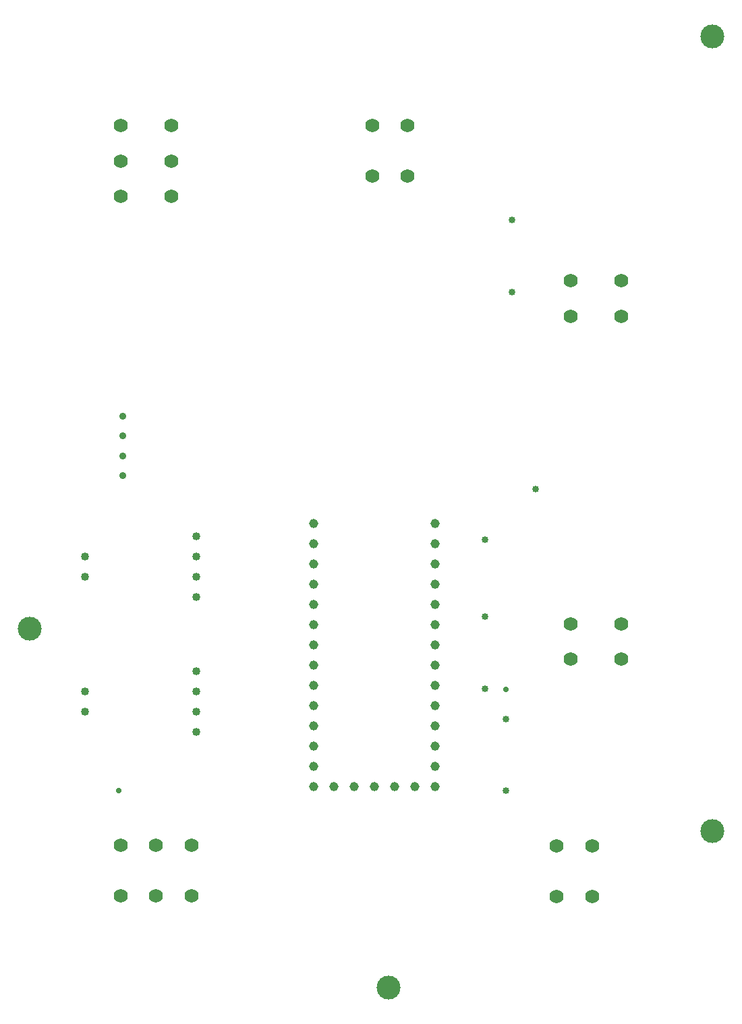
<source format=gbr>
%TF.GenerationSoftware,Altium Limited,Altium Designer,25.2.1 (25)*%
G04 Layer_Color=0*
%FSLAX45Y45*%
%MOMM*%
%TF.SameCoordinates,7DD24991-B9EC-4422-9666-2EE5E17A6B38*%
%TF.FilePolarity,Positive*%
%TF.FileFunction,Plated,1,2,PTH,Drill*%
%TF.Part,Single*%
G01*
G75*
%TA.AperFunction,ComponentDrill*%
%ADD48C,0.85000*%
%ADD49C,1.76000*%
%ADD50C,1.14701*%
%TA.AperFunction,OtherDrill,Pad Free-2 (4.445mm,49.53mm)*%
%ADD51C,3.00000*%
%TA.AperFunction,OtherDrill,Pad Free-2 (90.17mm,24.13mm)*%
%ADD52C,3.00000*%
%TA.AperFunction,OtherDrill,Pad Free-2 (49.53mm,4.445mm)*%
%ADD53C,3.00000*%
%TA.AperFunction,OtherDrill,Pad Free-2 (90.17mm,123.825mm)*%
%ADD54C,3.00000*%
%TA.AperFunction,ComponentDrill*%
%ADD55C,1.76000*%
%ADD56C,1.01600*%
%ADD57C,0.90000*%
%ADD58C,0.85000*%
%TA.AperFunction,ViaDrill,NotFilled*%
%ADD59C,0.71120*%
D48*
X6795198Y6706298D02*
D03*
X6158802Y6069902D02*
D03*
D49*
X5188200Y11264500D02*
D03*
X4743200D02*
D03*
X5188200Y10629500D02*
D03*
X4743200D02*
D03*
X1587500Y1600200D02*
D03*
X2477500D02*
D03*
X1587500Y2235200D02*
D03*
X2032500D02*
D03*
X2477500D02*
D03*
X2032500Y1600200D02*
D03*
X7060700Y1587500D02*
D03*
X7505700D02*
D03*
X7060700Y2222500D02*
D03*
X7505700D02*
D03*
D50*
X4013200Y2971800D02*
D03*
Y3225800D02*
D03*
Y3479800D02*
D03*
Y3733800D02*
D03*
Y3987800D02*
D03*
Y4241800D02*
D03*
Y4495800D02*
D03*
Y4749800D02*
D03*
Y5003800D02*
D03*
Y5257800D02*
D03*
Y5511800D02*
D03*
Y5765800D02*
D03*
Y6019800D02*
D03*
Y6273800D02*
D03*
X5537200Y2971800D02*
D03*
Y3225800D02*
D03*
Y3479800D02*
D03*
Y3733800D02*
D03*
Y3987800D02*
D03*
Y4241800D02*
D03*
Y4495800D02*
D03*
Y4749800D02*
D03*
Y5003800D02*
D03*
Y5257800D02*
D03*
Y5511800D02*
D03*
Y5765800D02*
D03*
Y6019800D02*
D03*
Y6273800D02*
D03*
X4267200Y2971800D02*
D03*
X4521200D02*
D03*
X4775200D02*
D03*
X5029200D02*
D03*
X5283200D02*
D03*
D51*
X444500Y4953000D02*
D03*
D52*
X9017000Y2413000D02*
D03*
D53*
X4953000Y444500D02*
D03*
D54*
X9017000Y12382500D02*
D03*
D55*
X1587900Y11266300D02*
D03*
Y10376300D02*
D03*
X2222900Y11266300D02*
D03*
Y10821300D02*
D03*
Y10376300D02*
D03*
X1587900Y10821300D02*
D03*
X7873600Y4565400D02*
D03*
Y5010400D02*
D03*
X7238600Y4565400D02*
D03*
Y5010400D02*
D03*
X7873600Y8870700D02*
D03*
Y9315700D02*
D03*
X7238600Y8870700D02*
D03*
Y9315700D02*
D03*
D56*
X1143000Y4165600D02*
D03*
Y3911600D02*
D03*
X2540000Y3657600D02*
D03*
Y3911600D02*
D03*
Y4165600D02*
D03*
Y4419600D02*
D03*
X1143000Y5854700D02*
D03*
Y5600700D02*
D03*
X2540000Y5346700D02*
D03*
Y5600700D02*
D03*
Y5854700D02*
D03*
Y6108700D02*
D03*
D57*
X1612900Y7618000D02*
D03*
Y7368000D02*
D03*
Y7118000D02*
D03*
Y6868000D02*
D03*
D58*
X6426200Y3815500D02*
D03*
Y2915500D02*
D03*
X6502400Y9176600D02*
D03*
Y10076600D02*
D03*
X6159500Y4198200D02*
D03*
Y5098200D02*
D03*
D59*
X6426200Y4191000D02*
D03*
X1562100Y2921000D02*
D03*
%TF.MD5,cec371634511e27e2c4c1ef72016e3b5*%
M02*

</source>
